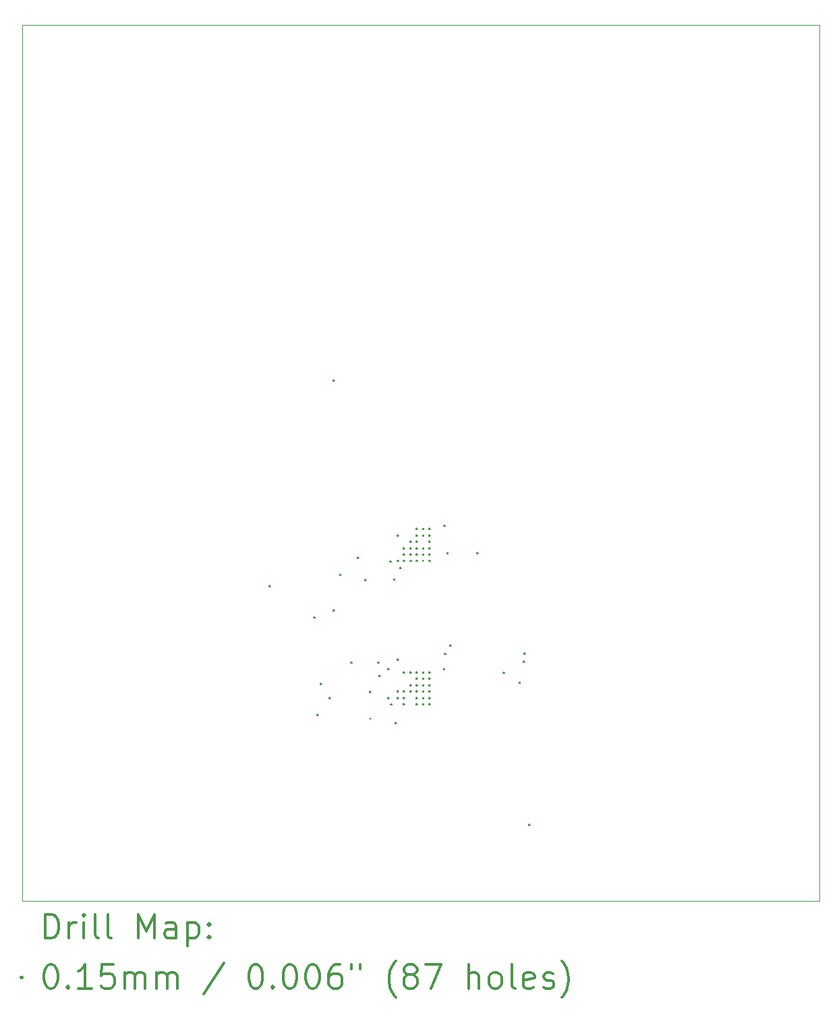
<source format=gbr>
%FSLAX45Y45*%
G04 Gerber Fmt 4.5, Leading zero omitted, Abs format (unit mm)*
G04 Created by KiCad (PCBNEW (5.1.9)-1) date 2021-07-25 18:06:38*
%MOMM*%
%LPD*%
G01*
G04 APERTURE LIST*
%TA.AperFunction,Profile*%
%ADD10C,0.050000*%
%TD*%
%ADD11C,0.200000*%
%ADD12C,0.300000*%
G04 APERTURE END LIST*
D10*
X15500000Y-1500000D02*
X15500000Y-12500000D01*
X25500000Y-1500000D02*
X25500000Y-12500000D01*
X15500000Y-12500000D02*
X25500000Y-12500000D01*
X15500000Y-1500000D02*
X25500000Y-1500000D01*
D11*
X18597500Y-8540000D02*
X18612500Y-8555000D01*
X18612500Y-8540000D02*
X18597500Y-8555000D01*
X19155000Y-8932500D02*
X19170000Y-8947500D01*
X19170000Y-8932500D02*
X19155000Y-8947500D01*
X19200000Y-10157500D02*
X19215000Y-10172500D01*
X19215000Y-10157500D02*
X19200000Y-10172500D01*
X19237500Y-9767500D02*
X19252500Y-9782500D01*
X19252500Y-9767500D02*
X19237500Y-9782500D01*
X19350000Y-9942500D02*
X19365000Y-9957500D01*
X19365000Y-9942500D02*
X19350000Y-9957500D01*
X19402500Y-5960000D02*
X19417500Y-5975000D01*
X19417500Y-5960000D02*
X19402500Y-5975000D01*
X19402500Y-8842500D02*
X19417500Y-8857500D01*
X19417500Y-8842500D02*
X19402500Y-8857500D01*
X19480000Y-8397500D02*
X19495000Y-8412500D01*
X19495000Y-8397500D02*
X19480000Y-8412500D01*
X19617500Y-9500000D02*
X19632500Y-9515000D01*
X19632500Y-9500000D02*
X19617500Y-9515000D01*
X19707500Y-8185000D02*
X19722500Y-8200000D01*
X19722500Y-8185000D02*
X19707500Y-8200000D01*
X19795000Y-8460000D02*
X19810000Y-8475000D01*
X19810000Y-8460000D02*
X19795000Y-8475000D01*
X19857500Y-9867500D02*
X19872500Y-9882500D01*
X19872500Y-9867500D02*
X19857500Y-9882500D01*
X19861001Y-10203999D02*
X19876001Y-10218999D01*
X19876001Y-10203999D02*
X19861001Y-10218999D01*
X19960000Y-9500000D02*
X19975000Y-9515000D01*
X19975000Y-9500000D02*
X19960000Y-9515000D01*
X19977390Y-9662500D02*
X19992390Y-9677500D01*
X19992390Y-9662500D02*
X19977390Y-9677500D01*
X20087500Y-9582500D02*
X20102500Y-9597500D01*
X20102500Y-9582500D02*
X20087500Y-9597500D01*
X20087500Y-9942500D02*
X20102500Y-9957500D01*
X20102500Y-9942500D02*
X20087500Y-9957500D01*
X20110000Y-8230000D02*
X20125000Y-8245000D01*
X20125000Y-8230000D02*
X20110000Y-8245000D01*
X20122105Y-10025664D02*
X20137105Y-10040664D01*
X20137105Y-10025664D02*
X20122105Y-10040664D01*
X20157500Y-8452500D02*
X20172500Y-8467500D01*
X20172500Y-8452500D02*
X20157500Y-8467500D01*
X20180000Y-10260000D02*
X20195000Y-10275000D01*
X20195000Y-10260000D02*
X20180000Y-10275000D01*
X20202500Y-7902500D02*
X20217500Y-7917500D01*
X20217500Y-7902500D02*
X20202500Y-7917500D01*
X20202500Y-8222500D02*
X20217500Y-8237500D01*
X20217500Y-8222500D02*
X20202500Y-8237500D01*
X20202500Y-9462500D02*
X20217500Y-9477500D01*
X20217500Y-9462500D02*
X20202500Y-9477500D01*
X20202500Y-9862500D02*
X20217500Y-9877500D01*
X20217500Y-9862500D02*
X20202500Y-9877500D01*
X20202500Y-9942500D02*
X20217500Y-9957500D01*
X20217500Y-9942500D02*
X20202500Y-9957500D01*
X20241499Y-8310517D02*
X20256499Y-8325517D01*
X20256499Y-8310517D02*
X20241499Y-8325517D01*
X20282500Y-8062500D02*
X20297500Y-8077500D01*
X20297500Y-8062500D02*
X20282500Y-8077500D01*
X20282500Y-8142500D02*
X20297500Y-8157500D01*
X20297500Y-8142500D02*
X20282500Y-8157500D01*
X20282500Y-8222500D02*
X20297500Y-8237500D01*
X20297500Y-8222500D02*
X20282500Y-8237500D01*
X20282500Y-9622500D02*
X20297500Y-9637500D01*
X20297500Y-9622500D02*
X20282500Y-9637500D01*
X20282500Y-9862500D02*
X20297500Y-9877500D01*
X20297500Y-9862500D02*
X20282500Y-9877500D01*
X20282500Y-9942500D02*
X20297500Y-9957500D01*
X20297500Y-9942500D02*
X20282500Y-9957500D01*
X20282500Y-10022500D02*
X20297500Y-10037500D01*
X20297500Y-10022500D02*
X20282500Y-10037500D01*
X20362500Y-7982500D02*
X20377500Y-7997500D01*
X20377500Y-7982500D02*
X20362500Y-7997500D01*
X20362500Y-8062500D02*
X20377500Y-8077500D01*
X20377500Y-8062500D02*
X20362500Y-8077500D01*
X20362500Y-8142500D02*
X20377500Y-8157500D01*
X20377500Y-8142500D02*
X20362500Y-8157500D01*
X20362500Y-8222500D02*
X20377500Y-8237500D01*
X20377500Y-8222500D02*
X20362500Y-8237500D01*
X20362500Y-9622500D02*
X20377500Y-9637500D01*
X20377500Y-9622500D02*
X20362500Y-9637500D01*
X20362500Y-9782500D02*
X20377500Y-9797500D01*
X20377500Y-9782500D02*
X20362500Y-9797500D01*
X20362500Y-9862500D02*
X20377500Y-9877500D01*
X20377500Y-9862500D02*
X20362500Y-9877500D01*
X20442500Y-7822500D02*
X20457500Y-7837500D01*
X20457500Y-7822500D02*
X20442500Y-7837500D01*
X20442500Y-7902500D02*
X20457500Y-7917500D01*
X20457500Y-7902500D02*
X20442500Y-7917500D01*
X20442500Y-7982500D02*
X20457500Y-7997500D01*
X20457500Y-7982500D02*
X20442500Y-7997500D01*
X20442500Y-8062500D02*
X20457500Y-8077500D01*
X20457500Y-8062500D02*
X20442500Y-8077500D01*
X20442500Y-8142500D02*
X20457500Y-8157500D01*
X20457500Y-8142500D02*
X20442500Y-8157500D01*
X20442500Y-8222500D02*
X20457500Y-8237500D01*
X20457500Y-8222500D02*
X20442500Y-8237500D01*
X20442500Y-9622500D02*
X20457500Y-9637500D01*
X20457500Y-9622500D02*
X20442500Y-9637500D01*
X20442500Y-9702500D02*
X20457500Y-9717500D01*
X20457500Y-9702500D02*
X20442500Y-9717500D01*
X20442500Y-9782500D02*
X20457500Y-9797500D01*
X20457500Y-9782500D02*
X20442500Y-9797500D01*
X20442500Y-9862500D02*
X20457500Y-9877500D01*
X20457500Y-9862500D02*
X20442500Y-9877500D01*
X20442500Y-9942500D02*
X20457500Y-9957500D01*
X20457500Y-9942500D02*
X20442500Y-9957500D01*
X20442500Y-10022500D02*
X20457500Y-10037500D01*
X20457500Y-10022500D02*
X20442500Y-10037500D01*
X20522500Y-7822500D02*
X20537500Y-7837500D01*
X20537500Y-7822500D02*
X20522500Y-7837500D01*
X20522500Y-7902500D02*
X20537500Y-7917500D01*
X20537500Y-7902500D02*
X20522500Y-7917500D01*
X20522500Y-8062500D02*
X20537500Y-8077500D01*
X20537500Y-8062500D02*
X20522500Y-8077500D01*
X20522500Y-8142500D02*
X20537500Y-8157500D01*
X20537500Y-8142500D02*
X20522500Y-8157500D01*
X20522500Y-8222500D02*
X20537500Y-8237500D01*
X20537500Y-8222500D02*
X20522500Y-8237500D01*
X20522500Y-9622500D02*
X20537500Y-9637500D01*
X20537500Y-9622500D02*
X20522500Y-9637500D01*
X20522500Y-9702500D02*
X20537500Y-9717500D01*
X20537500Y-9702500D02*
X20522500Y-9717500D01*
X20522500Y-9782500D02*
X20537500Y-9797500D01*
X20537500Y-9782500D02*
X20522500Y-9797500D01*
X20522500Y-9860000D02*
X20537500Y-9875000D01*
X20537500Y-9860000D02*
X20522500Y-9875000D01*
X20522500Y-9942500D02*
X20537500Y-9957500D01*
X20537500Y-9942500D02*
X20522500Y-9957500D01*
X20522500Y-10022500D02*
X20537500Y-10037500D01*
X20537500Y-10022500D02*
X20522500Y-10037500D01*
X20602000Y-9942500D02*
X20617000Y-9957500D01*
X20617000Y-9942500D02*
X20602000Y-9957500D01*
X20602500Y-7822500D02*
X20617500Y-7837500D01*
X20617500Y-7822500D02*
X20602500Y-7837500D01*
X20602500Y-7902500D02*
X20617500Y-7917500D01*
X20617500Y-7902500D02*
X20602500Y-7917500D01*
X20602500Y-7982500D02*
X20617500Y-7997500D01*
X20617500Y-7982500D02*
X20602500Y-7997500D01*
X20602500Y-8062500D02*
X20617500Y-8077500D01*
X20617500Y-8062500D02*
X20602500Y-8077500D01*
X20602500Y-8142500D02*
X20617500Y-8157500D01*
X20617500Y-8142500D02*
X20602500Y-8157500D01*
X20602500Y-8222500D02*
X20617500Y-8237500D01*
X20617500Y-8222500D02*
X20602500Y-8237500D01*
X20602500Y-9622500D02*
X20617500Y-9637500D01*
X20617500Y-9622500D02*
X20602500Y-9637500D01*
X20602500Y-9702500D02*
X20617500Y-9717500D01*
X20617500Y-9702500D02*
X20602500Y-9717500D01*
X20602500Y-9782500D02*
X20617500Y-9797500D01*
X20617500Y-9782500D02*
X20602500Y-9797500D01*
X20602500Y-9862500D02*
X20617500Y-9877500D01*
X20617500Y-9862500D02*
X20602500Y-9877500D01*
X20602500Y-10022500D02*
X20617500Y-10037500D01*
X20617500Y-10022500D02*
X20602500Y-10037500D01*
X20785000Y-9582500D02*
X20800000Y-9597500D01*
X20800000Y-9582500D02*
X20785000Y-9597500D01*
X20790000Y-7782500D02*
X20805000Y-7797500D01*
X20805000Y-7782500D02*
X20790000Y-7797500D01*
X20797500Y-9390000D02*
X20812500Y-9405000D01*
X20812500Y-9390000D02*
X20797500Y-9405000D01*
X20827500Y-8122500D02*
X20842500Y-8137500D01*
X20842500Y-8122500D02*
X20827500Y-8137500D01*
X20862500Y-9287500D02*
X20877500Y-9302500D01*
X20877500Y-9287500D02*
X20862500Y-9302500D01*
X21202500Y-8122500D02*
X21217500Y-8137500D01*
X21217500Y-8122500D02*
X21202500Y-8137500D01*
X21532500Y-9627500D02*
X21547500Y-9642500D01*
X21547500Y-9627500D02*
X21532500Y-9642500D01*
X21732500Y-9747500D02*
X21747500Y-9762500D01*
X21747500Y-9747500D02*
X21732500Y-9762500D01*
X21790000Y-9490000D02*
X21805000Y-9505000D01*
X21805000Y-9490000D02*
X21790000Y-9505000D01*
X21795000Y-9387500D02*
X21810000Y-9402500D01*
X21810000Y-9387500D02*
X21795000Y-9402500D01*
X21857500Y-11535000D02*
X21872500Y-11550000D01*
X21872500Y-11535000D02*
X21857500Y-11550000D01*
D12*
X15783928Y-12968214D02*
X15783928Y-12668214D01*
X15855357Y-12668214D01*
X15898214Y-12682500D01*
X15926786Y-12711071D01*
X15941071Y-12739643D01*
X15955357Y-12796786D01*
X15955357Y-12839643D01*
X15941071Y-12896786D01*
X15926786Y-12925357D01*
X15898214Y-12953929D01*
X15855357Y-12968214D01*
X15783928Y-12968214D01*
X16083928Y-12968214D02*
X16083928Y-12768214D01*
X16083928Y-12825357D02*
X16098214Y-12796786D01*
X16112500Y-12782500D01*
X16141071Y-12768214D01*
X16169643Y-12768214D01*
X16269643Y-12968214D02*
X16269643Y-12768214D01*
X16269643Y-12668214D02*
X16255357Y-12682500D01*
X16269643Y-12696786D01*
X16283928Y-12682500D01*
X16269643Y-12668214D01*
X16269643Y-12696786D01*
X16455357Y-12968214D02*
X16426786Y-12953929D01*
X16412500Y-12925357D01*
X16412500Y-12668214D01*
X16612500Y-12968214D02*
X16583928Y-12953929D01*
X16569643Y-12925357D01*
X16569643Y-12668214D01*
X16955357Y-12968214D02*
X16955357Y-12668214D01*
X17055357Y-12882500D01*
X17155357Y-12668214D01*
X17155357Y-12968214D01*
X17426786Y-12968214D02*
X17426786Y-12811071D01*
X17412500Y-12782500D01*
X17383928Y-12768214D01*
X17326786Y-12768214D01*
X17298214Y-12782500D01*
X17426786Y-12953929D02*
X17398214Y-12968214D01*
X17326786Y-12968214D01*
X17298214Y-12953929D01*
X17283928Y-12925357D01*
X17283928Y-12896786D01*
X17298214Y-12868214D01*
X17326786Y-12853929D01*
X17398214Y-12853929D01*
X17426786Y-12839643D01*
X17569643Y-12768214D02*
X17569643Y-13068214D01*
X17569643Y-12782500D02*
X17598214Y-12768214D01*
X17655357Y-12768214D01*
X17683928Y-12782500D01*
X17698214Y-12796786D01*
X17712500Y-12825357D01*
X17712500Y-12911071D01*
X17698214Y-12939643D01*
X17683928Y-12953929D01*
X17655357Y-12968214D01*
X17598214Y-12968214D01*
X17569643Y-12953929D01*
X17841071Y-12939643D02*
X17855357Y-12953929D01*
X17841071Y-12968214D01*
X17826786Y-12953929D01*
X17841071Y-12939643D01*
X17841071Y-12968214D01*
X17841071Y-12782500D02*
X17855357Y-12796786D01*
X17841071Y-12811071D01*
X17826786Y-12796786D01*
X17841071Y-12782500D01*
X17841071Y-12811071D01*
X15482500Y-13455000D02*
X15497500Y-13470000D01*
X15497500Y-13455000D02*
X15482500Y-13470000D01*
X15841071Y-13298214D02*
X15869643Y-13298214D01*
X15898214Y-13312500D01*
X15912500Y-13326786D01*
X15926786Y-13355357D01*
X15941071Y-13412500D01*
X15941071Y-13483929D01*
X15926786Y-13541071D01*
X15912500Y-13569643D01*
X15898214Y-13583929D01*
X15869643Y-13598214D01*
X15841071Y-13598214D01*
X15812500Y-13583929D01*
X15798214Y-13569643D01*
X15783928Y-13541071D01*
X15769643Y-13483929D01*
X15769643Y-13412500D01*
X15783928Y-13355357D01*
X15798214Y-13326786D01*
X15812500Y-13312500D01*
X15841071Y-13298214D01*
X16069643Y-13569643D02*
X16083928Y-13583929D01*
X16069643Y-13598214D01*
X16055357Y-13583929D01*
X16069643Y-13569643D01*
X16069643Y-13598214D01*
X16369643Y-13598214D02*
X16198214Y-13598214D01*
X16283928Y-13598214D02*
X16283928Y-13298214D01*
X16255357Y-13341071D01*
X16226786Y-13369643D01*
X16198214Y-13383929D01*
X16641071Y-13298214D02*
X16498214Y-13298214D01*
X16483928Y-13441071D01*
X16498214Y-13426786D01*
X16526786Y-13412500D01*
X16598214Y-13412500D01*
X16626786Y-13426786D01*
X16641071Y-13441071D01*
X16655357Y-13469643D01*
X16655357Y-13541071D01*
X16641071Y-13569643D01*
X16626786Y-13583929D01*
X16598214Y-13598214D01*
X16526786Y-13598214D01*
X16498214Y-13583929D01*
X16483928Y-13569643D01*
X16783928Y-13598214D02*
X16783928Y-13398214D01*
X16783928Y-13426786D02*
X16798214Y-13412500D01*
X16826786Y-13398214D01*
X16869643Y-13398214D01*
X16898214Y-13412500D01*
X16912500Y-13441071D01*
X16912500Y-13598214D01*
X16912500Y-13441071D02*
X16926786Y-13412500D01*
X16955357Y-13398214D01*
X16998214Y-13398214D01*
X17026786Y-13412500D01*
X17041071Y-13441071D01*
X17041071Y-13598214D01*
X17183928Y-13598214D02*
X17183928Y-13398214D01*
X17183928Y-13426786D02*
X17198214Y-13412500D01*
X17226786Y-13398214D01*
X17269643Y-13398214D01*
X17298214Y-13412500D01*
X17312500Y-13441071D01*
X17312500Y-13598214D01*
X17312500Y-13441071D02*
X17326786Y-13412500D01*
X17355357Y-13398214D01*
X17398214Y-13398214D01*
X17426786Y-13412500D01*
X17441071Y-13441071D01*
X17441071Y-13598214D01*
X18026786Y-13283929D02*
X17769643Y-13669643D01*
X18412500Y-13298214D02*
X18441071Y-13298214D01*
X18469643Y-13312500D01*
X18483928Y-13326786D01*
X18498214Y-13355357D01*
X18512500Y-13412500D01*
X18512500Y-13483929D01*
X18498214Y-13541071D01*
X18483928Y-13569643D01*
X18469643Y-13583929D01*
X18441071Y-13598214D01*
X18412500Y-13598214D01*
X18383928Y-13583929D01*
X18369643Y-13569643D01*
X18355357Y-13541071D01*
X18341071Y-13483929D01*
X18341071Y-13412500D01*
X18355357Y-13355357D01*
X18369643Y-13326786D01*
X18383928Y-13312500D01*
X18412500Y-13298214D01*
X18641071Y-13569643D02*
X18655357Y-13583929D01*
X18641071Y-13598214D01*
X18626786Y-13583929D01*
X18641071Y-13569643D01*
X18641071Y-13598214D01*
X18841071Y-13298214D02*
X18869643Y-13298214D01*
X18898214Y-13312500D01*
X18912500Y-13326786D01*
X18926786Y-13355357D01*
X18941071Y-13412500D01*
X18941071Y-13483929D01*
X18926786Y-13541071D01*
X18912500Y-13569643D01*
X18898214Y-13583929D01*
X18869643Y-13598214D01*
X18841071Y-13598214D01*
X18812500Y-13583929D01*
X18798214Y-13569643D01*
X18783928Y-13541071D01*
X18769643Y-13483929D01*
X18769643Y-13412500D01*
X18783928Y-13355357D01*
X18798214Y-13326786D01*
X18812500Y-13312500D01*
X18841071Y-13298214D01*
X19126786Y-13298214D02*
X19155357Y-13298214D01*
X19183928Y-13312500D01*
X19198214Y-13326786D01*
X19212500Y-13355357D01*
X19226786Y-13412500D01*
X19226786Y-13483929D01*
X19212500Y-13541071D01*
X19198214Y-13569643D01*
X19183928Y-13583929D01*
X19155357Y-13598214D01*
X19126786Y-13598214D01*
X19098214Y-13583929D01*
X19083928Y-13569643D01*
X19069643Y-13541071D01*
X19055357Y-13483929D01*
X19055357Y-13412500D01*
X19069643Y-13355357D01*
X19083928Y-13326786D01*
X19098214Y-13312500D01*
X19126786Y-13298214D01*
X19483928Y-13298214D02*
X19426786Y-13298214D01*
X19398214Y-13312500D01*
X19383928Y-13326786D01*
X19355357Y-13369643D01*
X19341071Y-13426786D01*
X19341071Y-13541071D01*
X19355357Y-13569643D01*
X19369643Y-13583929D01*
X19398214Y-13598214D01*
X19455357Y-13598214D01*
X19483928Y-13583929D01*
X19498214Y-13569643D01*
X19512500Y-13541071D01*
X19512500Y-13469643D01*
X19498214Y-13441071D01*
X19483928Y-13426786D01*
X19455357Y-13412500D01*
X19398214Y-13412500D01*
X19369643Y-13426786D01*
X19355357Y-13441071D01*
X19341071Y-13469643D01*
X19626786Y-13298214D02*
X19626786Y-13355357D01*
X19741071Y-13298214D02*
X19741071Y-13355357D01*
X20183928Y-13712500D02*
X20169643Y-13698214D01*
X20141071Y-13655357D01*
X20126786Y-13626786D01*
X20112500Y-13583929D01*
X20098214Y-13512500D01*
X20098214Y-13455357D01*
X20112500Y-13383929D01*
X20126786Y-13341071D01*
X20141071Y-13312500D01*
X20169643Y-13269643D01*
X20183928Y-13255357D01*
X20341071Y-13426786D02*
X20312500Y-13412500D01*
X20298214Y-13398214D01*
X20283928Y-13369643D01*
X20283928Y-13355357D01*
X20298214Y-13326786D01*
X20312500Y-13312500D01*
X20341071Y-13298214D01*
X20398214Y-13298214D01*
X20426786Y-13312500D01*
X20441071Y-13326786D01*
X20455357Y-13355357D01*
X20455357Y-13369643D01*
X20441071Y-13398214D01*
X20426786Y-13412500D01*
X20398214Y-13426786D01*
X20341071Y-13426786D01*
X20312500Y-13441071D01*
X20298214Y-13455357D01*
X20283928Y-13483929D01*
X20283928Y-13541071D01*
X20298214Y-13569643D01*
X20312500Y-13583929D01*
X20341071Y-13598214D01*
X20398214Y-13598214D01*
X20426786Y-13583929D01*
X20441071Y-13569643D01*
X20455357Y-13541071D01*
X20455357Y-13483929D01*
X20441071Y-13455357D01*
X20426786Y-13441071D01*
X20398214Y-13426786D01*
X20555357Y-13298214D02*
X20755357Y-13298214D01*
X20626786Y-13598214D01*
X21098214Y-13598214D02*
X21098214Y-13298214D01*
X21226786Y-13598214D02*
X21226786Y-13441071D01*
X21212500Y-13412500D01*
X21183928Y-13398214D01*
X21141071Y-13398214D01*
X21112500Y-13412500D01*
X21098214Y-13426786D01*
X21412500Y-13598214D02*
X21383928Y-13583929D01*
X21369643Y-13569643D01*
X21355357Y-13541071D01*
X21355357Y-13455357D01*
X21369643Y-13426786D01*
X21383928Y-13412500D01*
X21412500Y-13398214D01*
X21455357Y-13398214D01*
X21483928Y-13412500D01*
X21498214Y-13426786D01*
X21512500Y-13455357D01*
X21512500Y-13541071D01*
X21498214Y-13569643D01*
X21483928Y-13583929D01*
X21455357Y-13598214D01*
X21412500Y-13598214D01*
X21683928Y-13598214D02*
X21655357Y-13583929D01*
X21641071Y-13555357D01*
X21641071Y-13298214D01*
X21912500Y-13583929D02*
X21883928Y-13598214D01*
X21826786Y-13598214D01*
X21798214Y-13583929D01*
X21783928Y-13555357D01*
X21783928Y-13441071D01*
X21798214Y-13412500D01*
X21826786Y-13398214D01*
X21883928Y-13398214D01*
X21912500Y-13412500D01*
X21926786Y-13441071D01*
X21926786Y-13469643D01*
X21783928Y-13498214D01*
X22041071Y-13583929D02*
X22069643Y-13598214D01*
X22126786Y-13598214D01*
X22155357Y-13583929D01*
X22169643Y-13555357D01*
X22169643Y-13541071D01*
X22155357Y-13512500D01*
X22126786Y-13498214D01*
X22083928Y-13498214D01*
X22055357Y-13483929D01*
X22041071Y-13455357D01*
X22041071Y-13441071D01*
X22055357Y-13412500D01*
X22083928Y-13398214D01*
X22126786Y-13398214D01*
X22155357Y-13412500D01*
X22269643Y-13712500D02*
X22283928Y-13698214D01*
X22312500Y-13655357D01*
X22326786Y-13626786D01*
X22341071Y-13583929D01*
X22355357Y-13512500D01*
X22355357Y-13455357D01*
X22341071Y-13383929D01*
X22326786Y-13341071D01*
X22312500Y-13312500D01*
X22283928Y-13269643D01*
X22269643Y-13255357D01*
M02*

</source>
